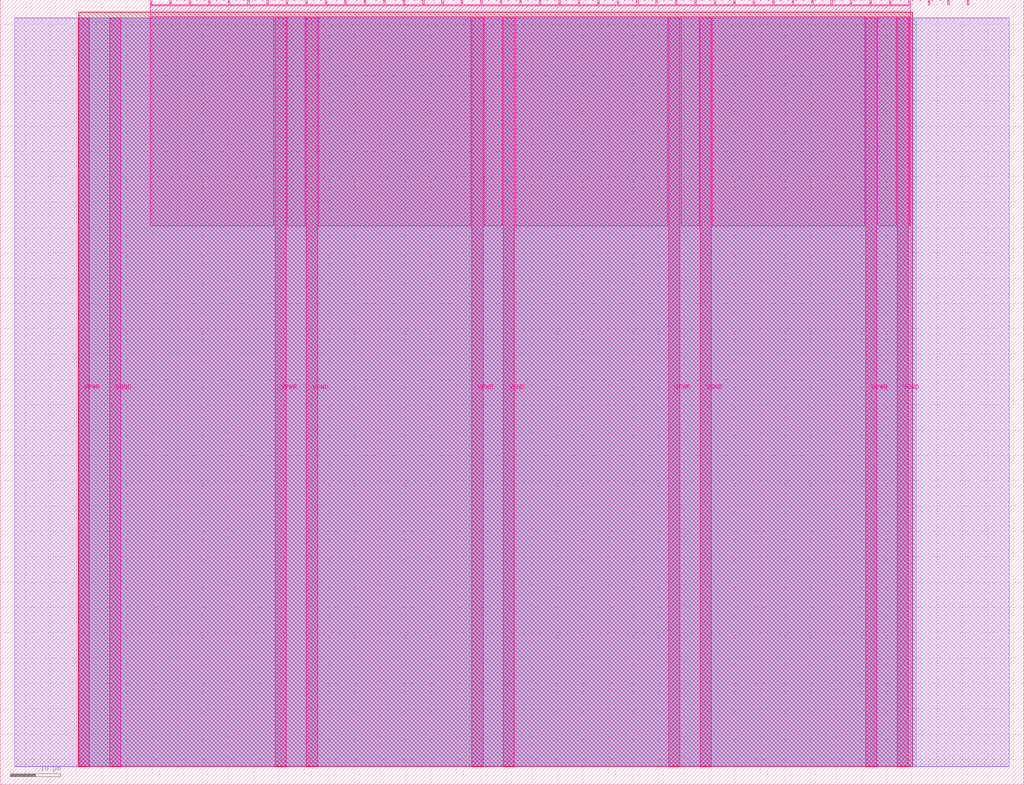
<source format=lef>
VERSION 5.7 ;
  NOWIREEXTENSIONATPIN ON ;
  DIVIDERCHAR "/" ;
  BUSBITCHARS "[]" ;
MACRO tt_um_carryskip_adder8
  CLASS BLOCK ;
  FOREIGN tt_um_carryskip_adder8 ;
  ORIGIN 0.000 0.000 ;
  SIZE 202.080 BY 154.980 ;
  PIN VGND
    DIRECTION INOUT ;
    USE GROUND ;
    PORT
      LAYER Metal5 ;
        RECT 21.580 3.560 23.780 151.420 ;
    END
    PORT
      LAYER Metal5 ;
        RECT 60.450 3.560 62.650 151.420 ;
    END
    PORT
      LAYER Metal5 ;
        RECT 99.320 3.560 101.520 151.420 ;
    END
    PORT
      LAYER Metal5 ;
        RECT 138.190 3.560 140.390 151.420 ;
    END
    PORT
      LAYER Metal5 ;
        RECT 177.060 3.560 179.260 151.420 ;
    END
  END VGND
  PIN VPWR
    DIRECTION INOUT ;
    USE POWER ;
    PORT
      LAYER Metal5 ;
        RECT 15.380 3.560 17.580 151.420 ;
    END
    PORT
      LAYER Metal5 ;
        RECT 54.250 3.560 56.450 151.420 ;
    END
    PORT
      LAYER Metal5 ;
        RECT 93.120 3.560 95.320 151.420 ;
    END
    PORT
      LAYER Metal5 ;
        RECT 131.990 3.560 134.190 151.420 ;
    END
    PORT
      LAYER Metal5 ;
        RECT 170.860 3.560 173.060 151.420 ;
    END
  END VPWR
  PIN clk
    DIRECTION INPUT ;
    USE SIGNAL ;
    PORT
      LAYER Metal5 ;
        RECT 187.050 153.980 187.350 154.980 ;
    END
  END clk
  PIN ena
    DIRECTION INPUT ;
    USE SIGNAL ;
    PORT
      LAYER Metal5 ;
        RECT 190.890 153.980 191.190 154.980 ;
    END
  END ena
  PIN rst_n
    DIRECTION INPUT ;
    USE SIGNAL ;
    PORT
      LAYER Metal5 ;
        RECT 183.210 153.980 183.510 154.980 ;
    END
  END rst_n
  PIN ui_in[0]
    DIRECTION INPUT ;
    USE SIGNAL ;
    ANTENNAGATEAREA 0.213200 ;
    PORT
      LAYER Metal5 ;
        RECT 179.370 153.980 179.670 154.980 ;
    END
  END ui_in[0]
  PIN ui_in[1]
    DIRECTION INPUT ;
    USE SIGNAL ;
    ANTENNAGATEAREA 0.213200 ;
    PORT
      LAYER Metal5 ;
        RECT 175.530 153.980 175.830 154.980 ;
    END
  END ui_in[1]
  PIN ui_in[2]
    DIRECTION INPUT ;
    USE SIGNAL ;
    ANTENNAGATEAREA 0.180700 ;
    PORT
      LAYER Metal5 ;
        RECT 171.690 153.980 171.990 154.980 ;
    END
  END ui_in[2]
  PIN ui_in[3]
    DIRECTION INPUT ;
    USE SIGNAL ;
    ANTENNAGATEAREA 0.180700 ;
    PORT
      LAYER Metal5 ;
        RECT 167.850 153.980 168.150 154.980 ;
    END
  END ui_in[3]
  PIN ui_in[4]
    DIRECTION INPUT ;
    USE SIGNAL ;
    ANTENNAGATEAREA 0.180700 ;
    PORT
      LAYER Metal5 ;
        RECT 164.010 153.980 164.310 154.980 ;
    END
  END ui_in[4]
  PIN ui_in[5]
    DIRECTION INPUT ;
    USE SIGNAL ;
    ANTENNAGATEAREA 0.180700 ;
    PORT
      LAYER Metal5 ;
        RECT 160.170 153.980 160.470 154.980 ;
    END
  END ui_in[5]
  PIN ui_in[6]
    DIRECTION INPUT ;
    USE SIGNAL ;
    ANTENNAGATEAREA 0.180700 ;
    PORT
      LAYER Metal5 ;
        RECT 156.330 153.980 156.630 154.980 ;
    END
  END ui_in[6]
  PIN ui_in[7]
    DIRECTION INPUT ;
    USE SIGNAL ;
    ANTENNAGATEAREA 0.180700 ;
    PORT
      LAYER Metal5 ;
        RECT 152.490 153.980 152.790 154.980 ;
    END
  END ui_in[7]
  PIN uio_in[0]
    DIRECTION INPUT ;
    USE SIGNAL ;
    ANTENNAGATEAREA 0.180700 ;
    PORT
      LAYER Metal5 ;
        RECT 148.650 153.980 148.950 154.980 ;
    END
  END uio_in[0]
  PIN uio_in[1]
    DIRECTION INPUT ;
    USE SIGNAL ;
    ANTENNAGATEAREA 0.180700 ;
    PORT
      LAYER Metal5 ;
        RECT 144.810 153.980 145.110 154.980 ;
    END
  END uio_in[1]
  PIN uio_in[2]
    DIRECTION INPUT ;
    USE SIGNAL ;
    ANTENNAGATEAREA 0.180700 ;
    PORT
      LAYER Metal5 ;
        RECT 140.970 153.980 141.270 154.980 ;
    END
  END uio_in[2]
  PIN uio_in[3]
    DIRECTION INPUT ;
    USE SIGNAL ;
    ANTENNAGATEAREA 0.180700 ;
    PORT
      LAYER Metal5 ;
        RECT 137.130 153.980 137.430 154.980 ;
    END
  END uio_in[3]
  PIN uio_in[4]
    DIRECTION INPUT ;
    USE SIGNAL ;
    ANTENNAGATEAREA 0.180700 ;
    PORT
      LAYER Metal5 ;
        RECT 133.290 153.980 133.590 154.980 ;
    END
  END uio_in[4]
  PIN uio_in[5]
    DIRECTION INPUT ;
    USE SIGNAL ;
    ANTENNAGATEAREA 0.180700 ;
    PORT
      LAYER Metal5 ;
        RECT 129.450 153.980 129.750 154.980 ;
    END
  END uio_in[5]
  PIN uio_in[6]
    DIRECTION INPUT ;
    USE SIGNAL ;
    ANTENNAGATEAREA 0.180700 ;
    PORT
      LAYER Metal5 ;
        RECT 125.610 153.980 125.910 154.980 ;
    END
  END uio_in[6]
  PIN uio_in[7]
    DIRECTION INPUT ;
    USE SIGNAL ;
    ANTENNAGATEAREA 0.180700 ;
    PORT
      LAYER Metal5 ;
        RECT 121.770 153.980 122.070 154.980 ;
    END
  END uio_in[7]
  PIN uio_oe[0]
    DIRECTION OUTPUT ;
    USE SIGNAL ;
    ANTENNADIFFAREA 0.299200 ;
    PORT
      LAYER Metal5 ;
        RECT 56.490 153.980 56.790 154.980 ;
    END
  END uio_oe[0]
  PIN uio_oe[1]
    DIRECTION OUTPUT ;
    USE SIGNAL ;
    ANTENNADIFFAREA 0.299200 ;
    PORT
      LAYER Metal5 ;
        RECT 52.650 153.980 52.950 154.980 ;
    END
  END uio_oe[1]
  PIN uio_oe[2]
    DIRECTION OUTPUT ;
    USE SIGNAL ;
    ANTENNADIFFAREA 0.299200 ;
    PORT
      LAYER Metal5 ;
        RECT 48.810 153.980 49.110 154.980 ;
    END
  END uio_oe[2]
  PIN uio_oe[3]
    DIRECTION OUTPUT ;
    USE SIGNAL ;
    ANTENNADIFFAREA 0.299200 ;
    PORT
      LAYER Metal5 ;
        RECT 44.970 153.980 45.270 154.980 ;
    END
  END uio_oe[3]
  PIN uio_oe[4]
    DIRECTION OUTPUT ;
    USE SIGNAL ;
    ANTENNADIFFAREA 0.299200 ;
    PORT
      LAYER Metal5 ;
        RECT 41.130 153.980 41.430 154.980 ;
    END
  END uio_oe[4]
  PIN uio_oe[5]
    DIRECTION OUTPUT ;
    USE SIGNAL ;
    ANTENNADIFFAREA 0.299200 ;
    PORT
      LAYER Metal5 ;
        RECT 37.290 153.980 37.590 154.980 ;
    END
  END uio_oe[5]
  PIN uio_oe[6]
    DIRECTION OUTPUT ;
    USE SIGNAL ;
    ANTENNADIFFAREA 0.299200 ;
    PORT
      LAYER Metal5 ;
        RECT 33.450 153.980 33.750 154.980 ;
    END
  END uio_oe[6]
  PIN uio_oe[7]
    DIRECTION OUTPUT ;
    USE SIGNAL ;
    ANTENNADIFFAREA 0.299200 ;
    PORT
      LAYER Metal5 ;
        RECT 29.610 153.980 29.910 154.980 ;
    END
  END uio_oe[7]
  PIN uio_out[0]
    DIRECTION OUTPUT ;
    USE SIGNAL ;
    ANTENNADIFFAREA 0.299200 ;
    PORT
      LAYER Metal5 ;
        RECT 87.210 153.980 87.510 154.980 ;
    END
  END uio_out[0]
  PIN uio_out[1]
    DIRECTION OUTPUT ;
    USE SIGNAL ;
    ANTENNADIFFAREA 0.299200 ;
    PORT
      LAYER Metal5 ;
        RECT 83.370 153.980 83.670 154.980 ;
    END
  END uio_out[1]
  PIN uio_out[2]
    DIRECTION OUTPUT ;
    USE SIGNAL ;
    ANTENNADIFFAREA 0.299200 ;
    PORT
      LAYER Metal5 ;
        RECT 79.530 153.980 79.830 154.980 ;
    END
  END uio_out[2]
  PIN uio_out[3]
    DIRECTION OUTPUT ;
    USE SIGNAL ;
    ANTENNADIFFAREA 0.299200 ;
    PORT
      LAYER Metal5 ;
        RECT 75.690 153.980 75.990 154.980 ;
    END
  END uio_out[3]
  PIN uio_out[4]
    DIRECTION OUTPUT ;
    USE SIGNAL ;
    ANTENNADIFFAREA 0.299200 ;
    PORT
      LAYER Metal5 ;
        RECT 71.850 153.980 72.150 154.980 ;
    END
  END uio_out[4]
  PIN uio_out[5]
    DIRECTION OUTPUT ;
    USE SIGNAL ;
    ANTENNADIFFAREA 0.299200 ;
    PORT
      LAYER Metal5 ;
        RECT 68.010 153.980 68.310 154.980 ;
    END
  END uio_out[5]
  PIN uio_out[6]
    DIRECTION OUTPUT ;
    USE SIGNAL ;
    ANTENNADIFFAREA 0.299200 ;
    PORT
      LAYER Metal5 ;
        RECT 64.170 153.980 64.470 154.980 ;
    END
  END uio_out[6]
  PIN uio_out[7]
    DIRECTION OUTPUT ;
    USE SIGNAL ;
    ANTENNADIFFAREA 0.299200 ;
    PORT
      LAYER Metal5 ;
        RECT 60.330 153.980 60.630 154.980 ;
    END
  END uio_out[7]
  PIN uo_out[0]
    DIRECTION OUTPUT ;
    USE SIGNAL ;
    ANTENNADIFFAREA 0.654800 ;
    PORT
      LAYER Metal5 ;
        RECT 117.930 153.980 118.230 154.980 ;
    END
  END uo_out[0]
  PIN uo_out[1]
    DIRECTION OUTPUT ;
    USE SIGNAL ;
    ANTENNADIFFAREA 0.654800 ;
    PORT
      LAYER Metal5 ;
        RECT 114.090 153.980 114.390 154.980 ;
    END
  END uo_out[1]
  PIN uo_out[2]
    DIRECTION OUTPUT ;
    USE SIGNAL ;
    ANTENNADIFFAREA 0.654800 ;
    PORT
      LAYER Metal5 ;
        RECT 110.250 153.980 110.550 154.980 ;
    END
  END uo_out[2]
  PIN uo_out[3]
    DIRECTION OUTPUT ;
    USE SIGNAL ;
    ANTENNADIFFAREA 0.654800 ;
    PORT
      LAYER Metal5 ;
        RECT 106.410 153.980 106.710 154.980 ;
    END
  END uo_out[3]
  PIN uo_out[4]
    DIRECTION OUTPUT ;
    USE SIGNAL ;
    ANTENNADIFFAREA 0.654800 ;
    PORT
      LAYER Metal5 ;
        RECT 102.570 153.980 102.870 154.980 ;
    END
  END uo_out[4]
  PIN uo_out[5]
    DIRECTION OUTPUT ;
    USE SIGNAL ;
    ANTENNADIFFAREA 0.654800 ;
    PORT
      LAYER Metal5 ;
        RECT 98.730 153.980 99.030 154.980 ;
    END
  END uo_out[5]
  PIN uo_out[6]
    DIRECTION OUTPUT ;
    USE SIGNAL ;
    ANTENNADIFFAREA 0.654800 ;
    PORT
      LAYER Metal5 ;
        RECT 94.890 153.980 95.190 154.980 ;
    END
  END uo_out[6]
  PIN uo_out[7]
    DIRECTION OUTPUT ;
    USE SIGNAL ;
    ANTENNADIFFAREA 0.654800 ;
    PORT
      LAYER Metal5 ;
        RECT 91.050 153.980 91.350 154.980 ;
    END
  END uo_out[7]
  OBS
      LAYER GatPoly ;
        RECT 2.880 3.630 199.200 151.350 ;
      LAYER Metal1 ;
        RECT 2.880 3.560 199.200 151.420 ;
      LAYER Metal2 ;
        RECT 15.515 3.680 180.865 151.300 ;
      LAYER Metal3 ;
        RECT 15.560 3.635 180.100 152.605 ;
      LAYER Metal4 ;
        RECT 15.515 3.680 180.145 152.560 ;
      LAYER Metal5 ;
        RECT 30.120 153.770 33.240 153.980 ;
        RECT 33.960 153.770 37.080 153.980 ;
        RECT 37.800 153.770 40.920 153.980 ;
        RECT 41.640 153.770 44.760 153.980 ;
        RECT 45.480 153.770 48.600 153.980 ;
        RECT 49.320 153.770 52.440 153.980 ;
        RECT 53.160 153.770 56.280 153.980 ;
        RECT 57.000 153.770 60.120 153.980 ;
        RECT 60.840 153.770 63.960 153.980 ;
        RECT 64.680 153.770 67.800 153.980 ;
        RECT 68.520 153.770 71.640 153.980 ;
        RECT 72.360 153.770 75.480 153.980 ;
        RECT 76.200 153.770 79.320 153.980 ;
        RECT 80.040 153.770 83.160 153.980 ;
        RECT 83.880 153.770 87.000 153.980 ;
        RECT 87.720 153.770 90.840 153.980 ;
        RECT 91.560 153.770 94.680 153.980 ;
        RECT 95.400 153.770 98.520 153.980 ;
        RECT 99.240 153.770 102.360 153.980 ;
        RECT 103.080 153.770 106.200 153.980 ;
        RECT 106.920 153.770 110.040 153.980 ;
        RECT 110.760 153.770 113.880 153.980 ;
        RECT 114.600 153.770 117.720 153.980 ;
        RECT 118.440 153.770 121.560 153.980 ;
        RECT 122.280 153.770 125.400 153.980 ;
        RECT 126.120 153.770 129.240 153.980 ;
        RECT 129.960 153.770 133.080 153.980 ;
        RECT 133.800 153.770 136.920 153.980 ;
        RECT 137.640 153.770 140.760 153.980 ;
        RECT 141.480 153.770 144.600 153.980 ;
        RECT 145.320 153.770 148.440 153.980 ;
        RECT 149.160 153.770 152.280 153.980 ;
        RECT 153.000 153.770 156.120 153.980 ;
        RECT 156.840 153.770 159.960 153.980 ;
        RECT 160.680 153.770 163.800 153.980 ;
        RECT 164.520 153.770 167.640 153.980 ;
        RECT 168.360 153.770 171.480 153.980 ;
        RECT 172.200 153.770 175.320 153.980 ;
        RECT 176.040 153.770 179.160 153.980 ;
        RECT 29.660 151.630 179.620 153.770 ;
        RECT 29.660 110.315 54.040 151.630 ;
        RECT 56.660 110.315 60.240 151.630 ;
        RECT 62.860 110.315 92.910 151.630 ;
        RECT 95.530 110.315 99.110 151.630 ;
        RECT 101.730 110.315 131.780 151.630 ;
        RECT 134.400 110.315 137.980 151.630 ;
        RECT 140.600 110.315 170.650 151.630 ;
        RECT 173.270 110.315 176.850 151.630 ;
        RECT 179.470 110.315 179.620 151.630 ;
  END
END tt_um_carryskip_adder8
END LIBRARY


</source>
